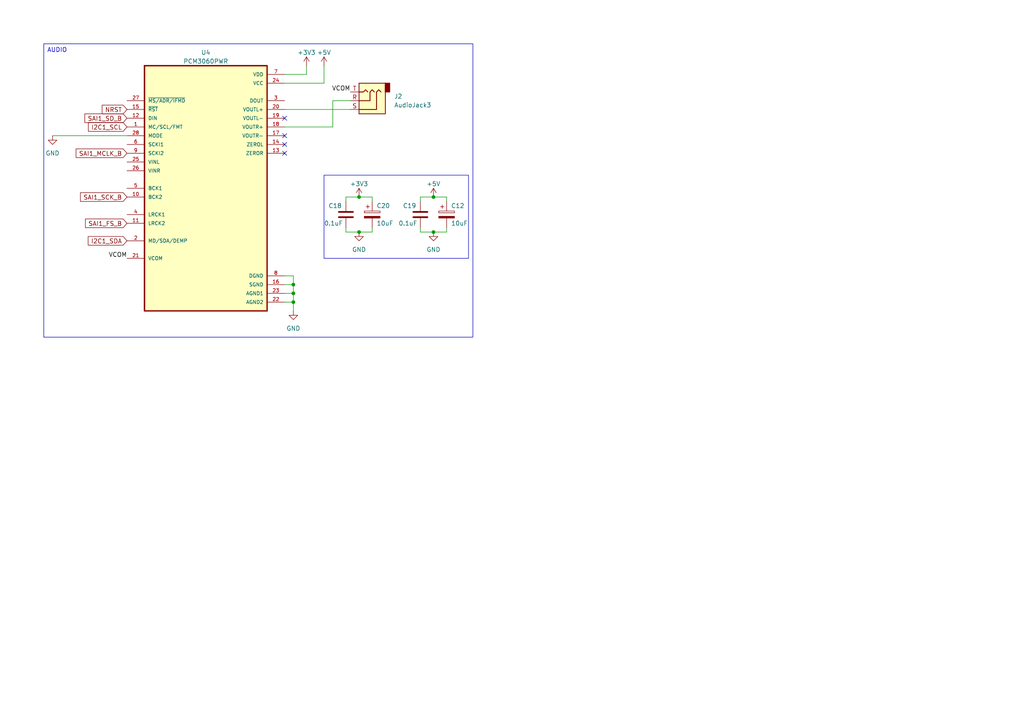
<source format=kicad_sch>
(kicad_sch (version 20230121) (generator eeschema)
  (paper "A4")
  (lib_symbols
    (symbol "Connector_Audio:AudioJack3"
      (property "Reference" "J" (at 0 8.89 0))
      (property "Value" "AudioJack3" (at 0 6.35 0))
      (symbol "AudioJack3_0_1"
        (rectangle (start -5.08 -5.08) (end -6.35 -2.54) (stroke (width 0.254)) (fill (type outline)))
        (polyline (pts (xy 0 -2.54) (xy 0.635 -3.175) (xy 1.27 -2.54) (xy 2.54 -2.54)) (stroke (width 0.254)))
        (polyline (pts (xy -1.905 -2.54) (xy -1.27 -3.175) (xy -0.635 -2.54) (xy -0.635 0) (xy 2.54 0)) (stroke (width 0.254)))
        (polyline (pts (xy 2.54 2.54) (xy -2.54 2.54) (xy -2.54 -2.54) (xy -3.175 -3.175) (xy -3.81 -2.54)) (stroke (width 0.254)))
        (rectangle (start 2.54 3.81) (end -5.08 -5.08) (stroke (width 0.254)) (fill (type background)))
      )
      (symbol "AudioJack3_1_1"
        (pin passive line (at 5.08 0 180) (length 2.54) (name "~") (number "R"))
        (pin passive line (at 5.08 2.54 180) (length 2.54) (name "~") (number "S"))
        (pin passive line (at 5.08 -2.54 180) (length 2.54) (name "~") (number "T"))
      )
    )
    (symbol "Device:C" (pin_numbers hide) (pin_names (offset 0.254))
      (property "Reference" "C" (at 0.635 2.54 0))
      (property "Value" "C" (at 0.635 -2.54 0))
      (symbol "C_0_1"
        (polyline (pts (xy -2.032 -0.762) (xy 2.032 -0.762)) (stroke (width 0.508)))
        (polyline (pts (xy -2.032 0.762) (xy 2.032 0.762)) (stroke (width 0.508)))
      )
      (symbol "C_1_1"
        (pin passive line (at 0 3.81 270) (length 2.794) (name "~") (number "1"))
        (pin passive line (at 0 -3.81 90) (length 2.794) (name "~") (number "2"))
      )
    )
    (symbol "Device:C_Polarized" (pin_numbers hide) (pin_names (offset 0.254))
      (property "Reference" "C" (at 0.635 2.54 0))
      (property "Value" "C_Polarized" (at 0.635 -2.54 0))
      (symbol "C_Polarized_0_1"
        (rectangle (start -2.286 0.508) (end 2.286 1.016))
        (polyline (pts (xy -1.778 2.286) (xy -0.762 2.286)))
        (polyline (pts (xy -1.27 2.794) (xy -1.27 1.778)))
        (rectangle (start 2.286 -0.508) (end -2.286 -1.016) (fill (type outline)))
      )
      (symbol "C_Polarized_1_1"
        (pin passive line (at 0 3.81 270) (length 2.794) (name "~") (number "1"))
        (pin passive line (at 0 -3.81 90) (length 2.794) (name "~") (number "2"))
      )
    )
    (symbol "PCM3060PWR:PCM3060PWR" (pin_names (offset 1.016))
      (property "Reference" "U" (at -17.78 36.56 0))
      (property "Value" "PCM3060PWR" (at -17.78 -39.56 0))
      (symbol "PCM3060PWR_0_0"
        (rectangle (start -17.78 -35.56) (end 17.78 35.56) (stroke (width 0.41)) (fill (type background)))
        (pin input line (at -22.86 17.78 0) (length 5.08) (name "MC/SCL/FMT") (number "1"))
        (pin bidirectional line (at -22.86 -2.54 0) (length 5.08) (name "BCK2") (number "10"))
        (pin bidirectional line (at -22.86 -10.16 0) (length 5.08) (name "LRCK2") (number "11"))
        (pin input line (at -22.86 20.32 0) (length 5.08) (name "DIN") (number "12"))
        (pin output line (at 22.86 10.16 180) (length 5.08) (name "ZEROR") (number "13"))
        (pin output line (at 22.86 12.7 180) (length 5.08) (name "ZEROL") (number "14"))
        (pin input line (at -22.86 22.86 0) (length 5.08) (name "~{RST}") (number "15"))
        (pin power_in line (at 22.86 -27.94 180) (length 5.08) (name "SGND") (number "16"))
        (pin output line (at 22.86 15.24 180) (length 5.08) (name "VOUTR-") (number "17"))
        (pin output line (at 22.86 17.78 180) (length 5.08) (name "VOUTR+") (number "18"))
        (pin output line (at 22.86 20.32 180) (length 5.08) (name "VOUTL-") (number "19"))
        (pin bidirectional line (at -22.86 -15.24 0) (length 5.08) (name "MD/SDA/DEMP") (number "2"))
        (pin output line (at 22.86 22.86 180) (length 5.08) (name "VOUTL+") (number "20"))
        (pin bidirectional line (at -22.86 -20.32 0) (length 5.08) (name "VCOM") (number "21"))
        (pin power_in line (at 22.86 -33.02 180) (length 5.08) (name "AGND2") (number "22"))
        (pin power_in line (at 22.86 -30.48 180) (length 5.08) (name "AGND1") (number "23"))
        (pin power_in line (at 22.86 30.48 180) (length 5.08) (name "VCC") (number "24"))
        (pin input line (at -22.86 7.62 0) (length 5.08) (name "VINL") (number "25"))
        (pin input line (at -22.86 5.08 0) (length 5.08) (name "VINR") (number "26"))
        (pin input line (at -22.86 25.4 0) (length 5.08) (name "~{MS/ADR/IFMD}") (number "27"))
        (pin input line (at -22.86 15.24 0) (length 5.08) (name "MODE") (number "28"))
        (pin output line (at 22.86 25.4 180) (length 5.08) (name "DOUT") (number "3"))
        (pin bidirectional line (at -22.86 -7.62 0) (length 5.08) (name "LRCK1") (number "4"))
        (pin bidirectional line (at -22.86 0 0) (length 5.08) (name "BCK1") (number "5"))
        (pin input line (at -22.86 12.7 0) (length 5.08) (name "SCKI1") (number "6"))
        (pin power_in line (at 22.86 33.02 180) (length 5.08) (name "VDD") (number "7"))
        (pin power_in line (at 22.86 -25.4 180) (length 5.08) (name "DGND") (number "8"))
        (pin input line (at -22.86 10.16 0) (length 5.08) (name "SCKI2") (number "9"))
      )
    )
    (symbol "power:+3V3" (power) (pin_names (offset 0))
      (property "Value" "+3V3" (at 0 3.556 0))
      (symbol "+3V3_0_1"
        (polyline (pts (xy -0.762 1.27) (xy 0 2.54)))
        (polyline (pts (xy 0 0) (xy 0 2.54)))
        (polyline (pts (xy 0 2.54) (xy 0.762 1.27)))
      )
      (symbol "+3V3_1_1"
        (pin power_in line (at 0 0 90) (length 0) hide (name "+3V3") (number "1"))
      )
    )
    (symbol "power:+5V" (power) (pin_names (offset 0))
      (property "Value" "+5V" (at 0 3.556 0))
      (symbol "+5V_0_1"
        (polyline (pts (xy -0.762 1.27) (xy 0 2.54)))
        (polyline (pts (xy 0 0) (xy 0 2.54)))
        (polyline (pts (xy 0 2.54) (xy 0.762 1.27)))
      )
      (symbol "+5V_1_1"
        (pin power_in line (at 0 0 90) (length 0) hide (name "+5V") (number "1"))
      )
    )
    (symbol "power:GND" (power) (pin_names (offset 0))
      (property "Value" "GND" (at 0 -3.81 0))
      (symbol "GND_0_1"
        (polyline (pts (xy 0 0) (xy 0 -1.27) (xy 1.27 -1.27) (xy 0 -2.54) (xy -1.27 -1.27) (xy 0 -1.27)))
      )
      (symbol "GND_1_1"
        (pin power_in line (at 0 0 270) (length 0) hide (name "GND") (number "1"))
      )
    )
  )
  (junction (at 85.09 87.63))
  (junction (at 85.09 82.55))
  (junction (at 104.14 57.15))
  (junction (at 125.73 57.15))
  (junction (at 125.73 67.31))
  (junction (at 104.14 67.31))
  (junction (at 85.09 85.09))
  (no_connect (at 82.55 44.45))
  (no_connect (at 82.55 39.37))
  (no_connect (at 82.55 34.29))
  (no_connect (at 82.55 41.91))
  (wire (pts (xy 85.09 85.09) (xy 85.09 87.63)))
  (wire (pts (xy 82.55 85.09) (xy 85.09 85.09)))
  (wire (pts (xy 107.95 67.31) (xy 107.95 66.04)))
  (wire (pts (xy 104.14 57.15) (xy 107.95 57.15)))
  (wire (pts (xy 100.33 57.15) (xy 100.33 58.42)))
  (wire (pts (xy 96.52 36.83) (xy 96.52 29.21)))
  (wire (pts (xy 88.9 21.59) (xy 88.9 19.05)))
  (wire (pts (xy 82.55 21.59) (xy 88.9 21.59)))
  (wire (pts (xy 129.54 57.15) (xy 129.54 58.42)))
  (wire (pts (xy 104.14 57.15) (xy 100.33 57.15)))
  (wire (pts (xy 82.55 87.63) (xy 85.09 87.63)))
  (wire (pts (xy 82.55 36.83) (xy 96.52 36.83)))
  (wire (pts (xy 125.73 67.31) (xy 121.92 67.31)))
  (wire (pts (xy 100.33 66.04) (xy 100.33 67.31)))
  (wire (pts (xy 121.92 67.31) (xy 121.92 66.04)))
  (wire (pts (xy 85.09 80.01) (xy 85.09 82.55)))
  (wire (pts (xy 82.55 80.01) (xy 85.09 80.01)))
  (wire (pts (xy 129.54 66.04) (xy 129.54 67.31)))
  (wire (pts (xy 82.55 31.75) (xy 101.6 31.75)))
  (wire (pts (xy 100.33 67.31) (xy 104.14 67.31)))
  (wire (pts (xy 85.09 82.55) (xy 85.09 85.09)))
  (wire (pts (xy 129.54 67.31) (xy 125.73 67.31)))
  (wire (pts (xy 15.24 39.37) (xy 36.83 39.37)))
  (wire (pts (xy 121.92 57.15) (xy 121.92 58.42)))
  (wire (pts (xy 104.14 67.31) (xy 107.95 67.31)))
  (wire (pts (xy 107.95 57.15) (xy 107.95 58.42)))
  (wire (pts (xy 82.55 82.55) (xy 85.09 82.55)))
  (wire (pts (xy 125.73 57.15) (xy 121.92 57.15)))
  (wire (pts (xy 125.73 57.15) (xy 129.54 57.15)))
  (wire (pts (xy 85.09 87.63) (xy 85.09 90.17)))
  (wire (pts (xy 93.98 24.13) (xy 93.98 19.05)))
  (wire (pts (xy 82.55 24.13) (xy 93.98 24.13)))
  (wire (pts (xy 96.52 29.21) (xy 101.6 29.21)))
  (rectangle (start 93.98 50.8) (end 135.89 74.93))
  (text_box "AUDIO" (at 12.7 12.7 0) (size 124.46 85.09) (effects (font (size 1.27 1.27)) (justify left top)))
  (label "VCOM" (at 101.6 26.67 180))
  (label "VCOM" (at 36.83 74.93 180))
  (global_label "SAI1_FS_B" (shape input) (at 36.83 64.77 180) (property "Intersheetrefs" "${INTERSHEET_REFS}" (effects hide)))
  (global_label "SAI1_SCK_B" (shape input) (at 36.83 57.15 180) (property "Intersheetrefs" "${INTERSHEET_REFS}" (effects hide)))
  (global_label "SAI1_SD_B" (shape input) (at 36.83 34.29 180) (property "Intersheetrefs" "${INTERSHEET_REFS}" (effects hide)))
  (global_label "NRST" (shape input) (at 36.83 31.75 180) (property "Intersheetrefs" "${INTERSHEET_REFS}" (effects hide)))
  (global_label "I2C1_SDA" (shape input) (at 36.83 69.85 180) (property "Intersheetrefs" "${INTERSHEET_REFS}" (effects hide)))
  (global_label "I2C1_SCL" (shape input) (at 36.83 36.83 180) (property "Intersheetrefs" "${INTERSHEET_REFS}" (effects hide)))
  (global_label "SAI1_MCLK_B" (shape input) (at 36.83 44.45 180) (property "Intersheetrefs" "${INTERSHEET_REFS}" (effects hide)))
  (symbol (lib_id "power:GND") (at 15.24 39.37 0) (unit 1)
    (property "Reference" "#PWR048" (effects hide))
    (property "Value" "GND" (at 15.24 44.45 0))
  )
  (symbol (lib_id "Device:C") (at 121.92 62.23 0) (unit 1)
    (property "Reference" "C19" (at 116.84 59.69 0) (effects (justify left)))
    (property "Value" "0.1uF" (at 115.57 64.77 0) (effects (justify left)))
    (property "Footprint" "Capacitor_SMD:C_0805_2012Metric" (effects hide))
  )
  (symbol (lib_id "Device:C_Polarized") (at 129.54 62.23 0) (unit 1)
    (property "Reference" "C12" (at 130.81 59.69 0) (effects (justify left)))
    (property "Value" "10uF" (at 130.81 64.77 0) (effects (justify left)))
    (property "Footprint" "Capacitor_SMD:CP_Elec_5x5.3" (effects hide))
  )
  (symbol (lib_id "power:GND") (at 125.73 67.31 0) (unit 1)
    (property "Reference" "#PWR085" (effects hide))
    (property "Value" "GND" (at 125.73 72.39 0))
  )
  (symbol (lib_id "power:+3V3") (at 88.9 19.05 0) (unit 1)
    (property "Reference" "#PWR050" (effects hide))
    (property "Value" "+3V3" (at 88.9 15.24 0))
  )
  (symbol (lib_id "Connector_Audio:AudioJack3") (at 106.68 29.21 180) (unit 1)
    (property "Reference" "J2" (at 114.3 27.94 0) (effects (justify right)))
    (property "Value" "AudioJack3" (at 114.3 30.48 0) (effects (justify right)))
    (property "Footprint" "Connector_Audio:Jack_3.5mm_CUI_SJ-3523-SMT_Horizontal" (effects hide))
  )
  (symbol (lib_id "power:+3V3") (at 104.14 57.15 0) (unit 1)
    (property "Reference" "#PWR053" (effects hide))
    (property "Value" "+3V3" (at 104.14 53.34 0))
  )
  (symbol (lib_id "PCM3060PWR:PCM3060PWR") (at 59.69 54.61 0) (unit 1)
    (property "Reference" "U4" (at 59.69 15.24 0))
    (property "Value" "PCM3060PWR" (at 59.69 17.78 0))
    (property "Footprint" "PCM3060:SOP65P640X120-28N" (effects hide))
  )
  (symbol (lib_id "power:GND") (at 85.09 90.17 0) (unit 1)
    (property "Reference" "#PWR049" (effects hide))
    (property "Value" "GND" (at 85.09 95.25 0))
  )
  (symbol (lib_id "power:+5V") (at 125.73 57.15 0) (unit 1)
    (property "Reference" "#PWR052" (effects hide))
    (property "Value" "+5V" (at 125.73 53.34 0))
  )
  (symbol (lib_id "Device:C_Polarized") (at 107.95 62.23 0) (unit 1)
    (property "Reference" "C20" (at 109.22 59.69 0) (effects (justify left)))
    (property "Value" "10uF" (at 109.22 64.77 0) (effects (justify left)))
    (property "Footprint" "Capacitor_SMD:CP_Elec_5x5.3" (effects hide))
  )
  (symbol (lib_id "Device:C") (at 100.33 62.23 0) (unit 1)
    (property "Reference" "C18" (at 95.25 59.69 0) (effects (justify left)))
    (property "Value" "0.1uF" (at 93.98 64.77 0) (effects (justify left)))
    (property "Footprint" "Capacitor_SMD:C_0805_2012Metric" (effects hide))
  )
  (symbol (lib_id "power:GND") (at 104.14 67.31 0) (unit 1)
    (property "Reference" "#PWR086" (effects hide))
    (property "Value" "GND" (at 104.14 72.39 0))
  )
  (symbol (lib_id "power:+5V") (at 93.98 19.05 0) (unit 1)
    (property "Reference" "#PWR051" (effects hide))
    (property "Value" "+5V" (at 93.98 15.24 0))
  )
)
</source>
